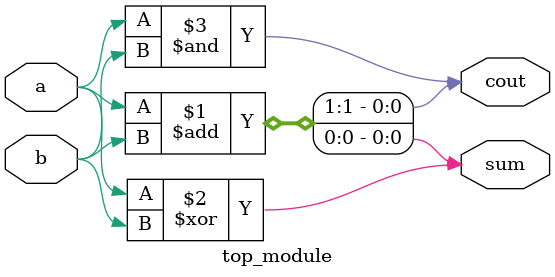
<source format=v>
module top_module( 
    input a, b,
    output cout, sum );

  // m = 1 : using behavioural Modeling
    assign {cout, sum} = a + b;

  // m = 2 : using structural modeling
    assign sum = a ^ b;
    assign cout = a & b; 

endmodule

</source>
